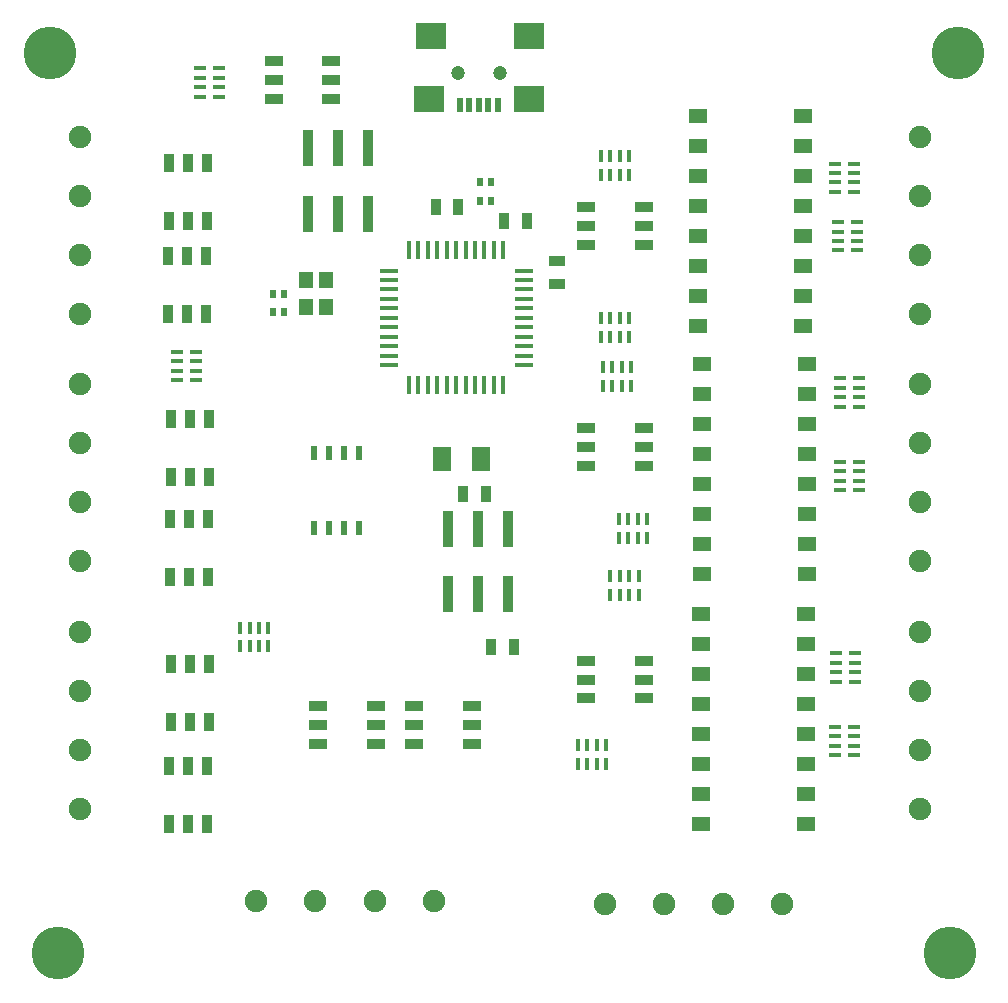
<source format=gts>
G04 (created by PCBNEW (2013-jul-07)-stable) date Tue 19 May 2015 11:36:52 PM EDT*
%MOIN*%
G04 Gerber Fmt 3.4, Leading zero omitted, Abs format*
%FSLAX34Y34*%
G01*
G70*
G90*
G04 APERTURE LIST*
%ADD10C,0.00590551*%
%ADD11R,0.047X0.055*%
%ADD12R,0.0984X0.0866*%
%ADD13R,0.0197X0.0492*%
%ADD14C,0.0472*%
%ADD15R,0.06X0.016*%
%ADD16R,0.016X0.06*%
%ADD17R,0.035X0.055*%
%ADD18R,0.055X0.035*%
%ADD19R,0.038X0.119*%
%ADD20C,0.0748031*%
%ADD21R,0.015748X0.0393701*%
%ADD22R,0.0393701X0.015748*%
%ADD23R,0.023622X0.0275591*%
%ADD24R,0.0633X0.0354*%
%ADD25R,0.0354X0.0633*%
%ADD26R,0.0590551X0.0511811*%
%ADD27R,0.02X0.045*%
%ADD28C,0.176*%
%ADD29R,0.06X0.08*%
G04 APERTURE END LIST*
G54D10*
G54D11*
X61271Y-51717D03*
X61941Y-51717D03*
X61941Y-50817D03*
X61271Y-50817D03*
G54D12*
X65421Y-42705D03*
X68689Y-42705D03*
X65380Y-44792D03*
G54D13*
X66719Y-44989D03*
X67034Y-44989D03*
X66404Y-44989D03*
X67349Y-44989D03*
X67664Y-44989D03*
G54D12*
X68688Y-44792D03*
G54D14*
X67724Y-43926D03*
X66346Y-43926D03*
G54D15*
X68523Y-52087D03*
X68523Y-51772D03*
X68523Y-51457D03*
X68523Y-51142D03*
X68523Y-50827D03*
X68523Y-50512D03*
X68523Y-52402D03*
X68523Y-52717D03*
X68523Y-53032D03*
X68523Y-53347D03*
X68523Y-53662D03*
X64023Y-52087D03*
X64023Y-51772D03*
X64023Y-51457D03*
X64023Y-51142D03*
X64023Y-50827D03*
X64023Y-50512D03*
X64023Y-52402D03*
X64023Y-52717D03*
X64023Y-53032D03*
X64023Y-53347D03*
X64023Y-53662D03*
G54D16*
X66273Y-49837D03*
X66273Y-54337D03*
X65958Y-49837D03*
X65958Y-54337D03*
X65643Y-54337D03*
X65643Y-49837D03*
X65328Y-49837D03*
X65328Y-54337D03*
X65013Y-54337D03*
X65013Y-49837D03*
X64698Y-49837D03*
X64698Y-54337D03*
X66588Y-54337D03*
X66588Y-49837D03*
X66903Y-49837D03*
X66903Y-54337D03*
X67218Y-54337D03*
X67218Y-49837D03*
X67533Y-49837D03*
X67533Y-54337D03*
X67848Y-54337D03*
X67848Y-49837D03*
G54D17*
X68626Y-48847D03*
X67876Y-48847D03*
X66347Y-48381D03*
X65597Y-48381D03*
G54D18*
X69635Y-50198D03*
X69635Y-50948D03*
G54D19*
X66015Y-59111D03*
X67015Y-59111D03*
X68015Y-59111D03*
X66015Y-61291D03*
X67015Y-61291D03*
X68015Y-61291D03*
X61320Y-46432D03*
X62320Y-46432D03*
X63320Y-46432D03*
X61320Y-48612D03*
X62320Y-48612D03*
X63320Y-48612D03*
G54D20*
X81750Y-60202D03*
X81750Y-58234D03*
X81750Y-56265D03*
X81750Y-54297D03*
X81750Y-51952D03*
X81750Y-49984D03*
X81750Y-48015D03*
X81750Y-46047D03*
X81750Y-68452D03*
X81750Y-66484D03*
X81750Y-64515D03*
X81750Y-62547D03*
X59618Y-71539D03*
X61586Y-71539D03*
X63555Y-71539D03*
X65523Y-71539D03*
X53750Y-46047D03*
X53750Y-48015D03*
X53750Y-49984D03*
X53750Y-51952D03*
X53750Y-54297D03*
X53750Y-56265D03*
X53750Y-58234D03*
X53750Y-60202D03*
X53750Y-62547D03*
X53750Y-64515D03*
X53750Y-66484D03*
X53750Y-68452D03*
X71237Y-71616D03*
X73205Y-71616D03*
X75174Y-71616D03*
X77142Y-71616D03*
G54D21*
X59074Y-63041D03*
X59389Y-63041D03*
X59704Y-63041D03*
X60019Y-63041D03*
X60019Y-62411D03*
X59704Y-62411D03*
X59389Y-62411D03*
X59074Y-62411D03*
X71411Y-61335D03*
X71726Y-61335D03*
X72040Y-61335D03*
X72355Y-61335D03*
X72355Y-60706D03*
X72040Y-60706D03*
X71726Y-60706D03*
X71411Y-60706D03*
G54D22*
X57616Y-54171D03*
X57616Y-53856D03*
X57616Y-53541D03*
X57616Y-53226D03*
X56986Y-53226D03*
X56986Y-53541D03*
X56986Y-53856D03*
X56986Y-54171D03*
X58359Y-44714D03*
X58359Y-44399D03*
X58359Y-44084D03*
X58359Y-43769D03*
X57729Y-43769D03*
X57729Y-44084D03*
X57729Y-44399D03*
X57729Y-44714D03*
G54D21*
X71171Y-54370D03*
X71486Y-54370D03*
X71801Y-54370D03*
X72116Y-54370D03*
X72116Y-53740D03*
X71801Y-53740D03*
X71486Y-53740D03*
X71171Y-53740D03*
G54D22*
X78893Y-46944D03*
X78893Y-47259D03*
X78893Y-47574D03*
X78893Y-47889D03*
X79523Y-47889D03*
X79523Y-47574D03*
X79523Y-47259D03*
X79523Y-46944D03*
X79067Y-54104D03*
X79067Y-54419D03*
X79067Y-54734D03*
X79067Y-55049D03*
X79697Y-55049D03*
X79697Y-54734D03*
X79697Y-54419D03*
X79697Y-54104D03*
X78927Y-63269D03*
X78927Y-63584D03*
X78927Y-63899D03*
X78927Y-64214D03*
X79557Y-64214D03*
X79557Y-63899D03*
X79557Y-63584D03*
X79557Y-63269D03*
X79012Y-48896D03*
X79012Y-49211D03*
X79012Y-49526D03*
X79012Y-49841D03*
X79642Y-49841D03*
X79642Y-49526D03*
X79642Y-49211D03*
X79642Y-48896D03*
G54D21*
X71103Y-47333D03*
X71418Y-47333D03*
X71733Y-47333D03*
X72048Y-47333D03*
X72048Y-46703D03*
X71733Y-46703D03*
X71418Y-46703D03*
X71103Y-46703D03*
G54D22*
X78893Y-65714D03*
X78893Y-66029D03*
X78893Y-66344D03*
X78893Y-66659D03*
X79523Y-66659D03*
X79523Y-66344D03*
X79523Y-66029D03*
X79523Y-65714D03*
G54D21*
X72045Y-52095D03*
X71730Y-52095D03*
X71415Y-52095D03*
X71100Y-52095D03*
X71100Y-52725D03*
X71415Y-52725D03*
X71730Y-52725D03*
X72045Y-52725D03*
X72649Y-58784D03*
X72334Y-58784D03*
X72019Y-58784D03*
X71704Y-58784D03*
X71704Y-59414D03*
X72019Y-59414D03*
X72334Y-59414D03*
X72649Y-59414D03*
X71275Y-66314D03*
X70960Y-66314D03*
X70645Y-66314D03*
X70330Y-66314D03*
X70330Y-66944D03*
X70645Y-66944D03*
X70960Y-66944D03*
X71275Y-66944D03*
G54D22*
X79067Y-56881D03*
X79067Y-57196D03*
X79067Y-57511D03*
X79067Y-57826D03*
X79697Y-57826D03*
X79697Y-57511D03*
X79697Y-57196D03*
X79697Y-56881D03*
G54D23*
X67058Y-48191D03*
X67058Y-47562D03*
X67451Y-48191D03*
X67451Y-47562D03*
G54D24*
X63609Y-66286D03*
X63609Y-65656D03*
X63609Y-65026D03*
X61677Y-65026D03*
X61677Y-65656D03*
X61677Y-66286D03*
G54D25*
X58038Y-63634D03*
X57408Y-63634D03*
X56778Y-63634D03*
X56778Y-65566D03*
X57408Y-65566D03*
X58038Y-65566D03*
X58020Y-55473D03*
X57390Y-55473D03*
X56760Y-55473D03*
X56760Y-57405D03*
X57390Y-57405D03*
X58020Y-57405D03*
X57976Y-46943D03*
X57346Y-46943D03*
X56716Y-46943D03*
X56716Y-48875D03*
X57346Y-48875D03*
X57976Y-48875D03*
G54D24*
X70592Y-48404D03*
X70592Y-49034D03*
X70592Y-49664D03*
X72524Y-49664D03*
X72524Y-49034D03*
X72524Y-48404D03*
X70591Y-55775D03*
X70591Y-56405D03*
X70591Y-57035D03*
X72523Y-57035D03*
X72523Y-56405D03*
X72523Y-55775D03*
X70614Y-63516D03*
X70614Y-64146D03*
X70614Y-64776D03*
X72546Y-64776D03*
X72546Y-64146D03*
X72546Y-63516D03*
X66787Y-66286D03*
X66787Y-65656D03*
X66787Y-65026D03*
X64855Y-65026D03*
X64855Y-65656D03*
X64855Y-66286D03*
G54D25*
X57961Y-67016D03*
X57331Y-67016D03*
X56701Y-67016D03*
X56701Y-68948D03*
X57331Y-68948D03*
X57961Y-68948D03*
X58000Y-58785D03*
X57370Y-58785D03*
X56740Y-58785D03*
X56740Y-60717D03*
X57370Y-60717D03*
X58000Y-60717D03*
X57946Y-50043D03*
X57316Y-50043D03*
X56686Y-50043D03*
X56686Y-51975D03*
X57316Y-51975D03*
X57946Y-51975D03*
G54D24*
X62119Y-44803D03*
X62119Y-44173D03*
X62119Y-43543D03*
X60187Y-43543D03*
X60187Y-44173D03*
X60187Y-44803D03*
G54D26*
X77963Y-60614D03*
X77963Y-59614D03*
X77963Y-58614D03*
X77963Y-57614D03*
X77963Y-56614D03*
X77963Y-55614D03*
X77963Y-54614D03*
X77963Y-53614D03*
X74463Y-53614D03*
X74463Y-54614D03*
X74463Y-55614D03*
X74463Y-56614D03*
X74463Y-57614D03*
X74463Y-58614D03*
X74463Y-59614D03*
X74463Y-60614D03*
X77836Y-52363D03*
X77836Y-51363D03*
X77836Y-50363D03*
X77836Y-49363D03*
X77836Y-48363D03*
X77836Y-47363D03*
X77836Y-46363D03*
X77836Y-45363D03*
X74336Y-45363D03*
X74336Y-46363D03*
X74336Y-47363D03*
X74336Y-48363D03*
X74336Y-49363D03*
X74336Y-50363D03*
X74336Y-51363D03*
X74336Y-52363D03*
X77951Y-68952D03*
X77951Y-67952D03*
X77951Y-66952D03*
X77951Y-65952D03*
X77951Y-64952D03*
X77951Y-63952D03*
X77951Y-62952D03*
X77951Y-61952D03*
X74451Y-61952D03*
X74451Y-62952D03*
X74451Y-63952D03*
X74451Y-64952D03*
X74451Y-65952D03*
X74451Y-66952D03*
X74451Y-67952D03*
X74451Y-68952D03*
G54D23*
X60552Y-51277D03*
X60552Y-51907D03*
X60158Y-51277D03*
X60158Y-51907D03*
G54D27*
X63039Y-59090D03*
X62539Y-59090D03*
X62039Y-59090D03*
X61539Y-59090D03*
X61539Y-56590D03*
X62039Y-56590D03*
X62539Y-56590D03*
X63039Y-56590D03*
G54D28*
X82750Y-73250D03*
X53000Y-73250D03*
X52750Y-43250D03*
X83000Y-43250D03*
G54D17*
X68189Y-63059D03*
X67439Y-63059D03*
X67264Y-57973D03*
X66514Y-57973D03*
G54D29*
X67091Y-56791D03*
X65791Y-56791D03*
M02*

</source>
